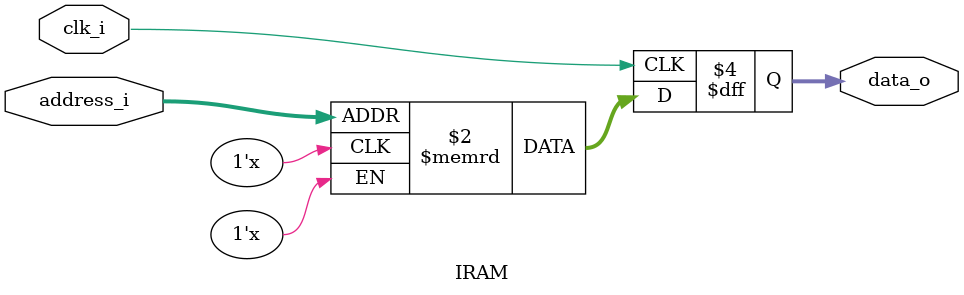
<source format=sv>
module IRAM
#(
	parameter DATAWIDTH=32,
	parameter ADDRWIDTH=5,
	parameter MEM_INIT_FILE=""
)
(
	input logic clk_i,
	
	input logic [ADDRWIDTH-1:0] address_i,
	output logic [DATAWIDTH-1:0] data_o
);

logic [DATAWIDTH-1:0] data [2**ADDRWIDTH];

initial begin
	if (MEM_INIT_FILE != "") begin
		$readmemh(MEM_INIT_FILE, data);
	end
end

always_ff @ (posedge clk_i) begin
		
	data_o <= data[address_i];
	
end

endmodule
</source>
